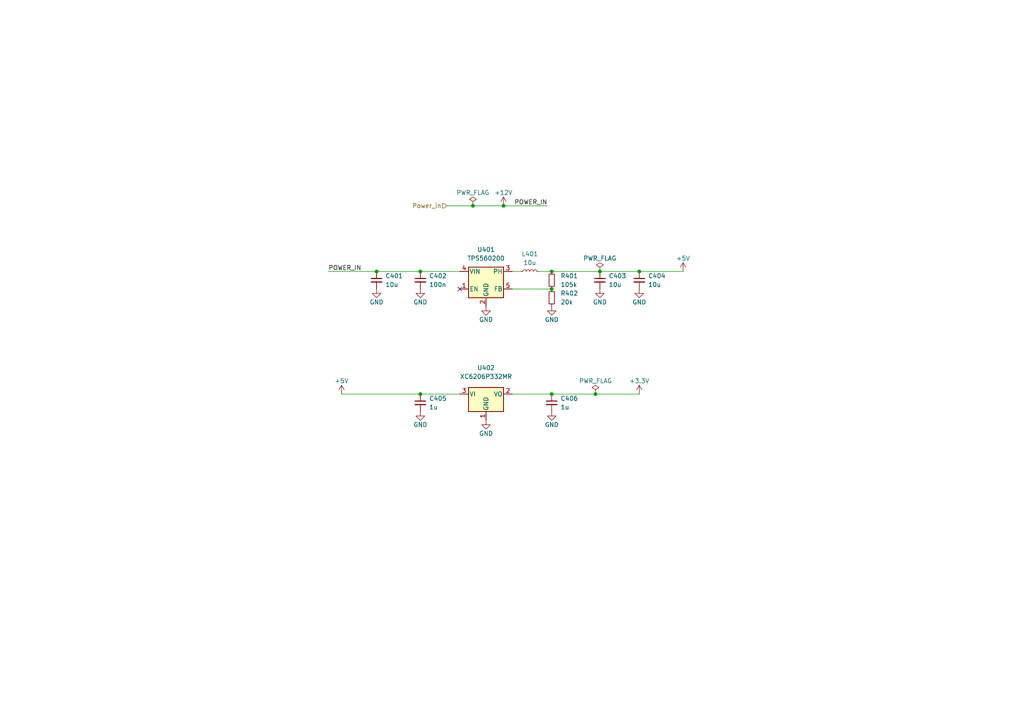
<source format=kicad_sch>
(kicad_sch (version 20211123) (generator eeschema)
  (paper "A4")
  (lib_symbols
    (symbol "Device:C_Small" (pin_numbers hide) (pin_names (offset 0.254) hide)
      (property "Reference" "C" (at 0.254 1.778 0))
      (property "Value" "C_Small" (at 0.254 -2.032 0))
      (symbol "C_Small_0_1"
        (polyline (pts (xy -1.524 -0.508) (xy 1.524 -0.508)) (stroke (width 0.3302)))
        (polyline (pts (xy -1.524 0.508) (xy 1.524 0.508)) (stroke (width 0.3048)))
      )
      (symbol "C_Small_1_1"
        (pin passive line (at 0 2.54 270) (length 2.032) (name "~") (number "1"))
        (pin passive line (at 0 -2.54 90) (length 2.032) (name "~") (number "2"))
      )
    )
    (symbol "Device:L_Small" (pin_numbers hide) (pin_names (offset 0.254) hide)
      (property "Reference" "L" (at 0.762 1.016 0))
      (property "Value" "L_Small" (at 0.762 -1.016 0))
      (symbol "L_Small_0_1"
        (arc (start 0 -2.032) (mid 0.508 -1.524) (end 0 -1.016))
        (arc (start 0 -1.016) (mid 0.508 -0.508) (end 0 0))
        (arc (start 0 0) (mid 0.508 0.508) (end 0 1.016))
        (arc (start 0 1.016) (mid 0.508 1.524) (end 0 2.032))
      )
      (symbol "L_Small_1_1"
        (pin passive line (at 0 2.54 270) (length 0.508) (name "~") (number "1"))
        (pin passive line (at 0 -2.54 90) (length 0.508) (name "~") (number "2"))
      )
    )
    (symbol "Device:R_Small" (pin_numbers hide) (pin_names (offset 0.254) hide)
      (property "Reference" "R" (at 0.762 0.508 0))
      (property "Value" "R_Small" (at 0.762 -1.016 0))
      (symbol "R_Small_0_1"
        (rectangle (start -0.762 1.778) (end 0.762 -1.778) (stroke (width 0.2032)))
      )
      (symbol "R_Small_1_1"
        (pin passive line (at 0 2.54 270) (length 0.762) (name "~") (number "1"))
        (pin passive line (at 0 -2.54 90) (length 0.762) (name "~") (number "2"))
      )
    )
    (symbol "Regulator_Linear:XC6206PxxxMR" (pin_names (offset 0.254))
      (property "Reference" "U" (at -3.81 3.175 0))
      (property "Value" "XC6206PxxxMR" (at 0 3.175 0))
      (symbol "XC6206PxxxMR_0_1"
        (rectangle (start -5.08 1.905) (end 5.08 -5.08) (stroke (width 0.254)) (fill (type background)))
      )
      (symbol "XC6206PxxxMR_1_1"
        (pin power_in line (at 0 -7.62 90) (length 2.54) (name "GND") (number "1"))
        (pin power_out line (at 7.62 0 180) (length 2.54) (name "VO") (number "2"))
        (pin power_in line (at -7.62 0 0) (length 2.54) (name "VI") (number "3"))
      )
    )
    (symbol "Regulator_Switching:TPS560200" (pin_names (offset 0.254))
      (property "Reference" "U" (at -5.08 5.08 0))
      (property "Value" "TPS560200" (at 0 5.08 0))
      (symbol "TPS560200_0_1"
        (rectangle (start -5.08 3.81) (end 5.08 -5.08) (stroke (width 0.254)) (fill (type background)))
      )
      (symbol "TPS560200_1_1"
        (pin input line (at -7.62 -2.54 0) (length 2.54) (name "EN") (number "1"))
        (pin power_in line (at 0 -7.62 90) (length 2.54) (name "GND") (number "2"))
        (pin power_out line (at 7.62 2.54 180) (length 2.54) (name "PH") (number "3"))
        (pin power_in line (at -7.62 2.54 0) (length 2.54) (name "VIN") (number "4"))
        (pin input line (at 7.62 -2.54 180) (length 2.54) (name "FB") (number "5"))
      )
    )
    (symbol "power:+12V" (power) (pin_names (offset 0))
      (property "Value" "+12V" (at 0 3.556 0))
      (symbol "+12V_0_1"
        (polyline (pts (xy -0.762 1.27) (xy 0 2.54)))
        (polyline (pts (xy 0 0) (xy 0 2.54)))
        (polyline (pts (xy 0 2.54) (xy 0.762 1.27)))
      )
      (symbol "+12V_1_1"
        (pin power_in line (at 0 0 90) (length 0) hide (name "+12V") (number "1"))
      )
    )
    (symbol "power:+3.3V" (power) (pin_names (offset 0))
      (property "Value" "+3.3V" (at 0 3.556 0))
      (symbol "+3.3V_0_1"
        (polyline (pts (xy -0.762 1.27) (xy 0 2.54)))
        (polyline (pts (xy 0 0) (xy 0 2.54)))
        (polyline (pts (xy 0 2.54) (xy 0.762 1.27)))
      )
      (symbol "+3.3V_1_1"
        (pin power_in line (at 0 0 90) (length 0) hide (name "+3.3V") (number "1"))
      )
    )
    (symbol "power:+5V" (power) (pin_names (offset 0))
      (property "Value" "+5V" (at 0 3.556 0))
      (symbol "+5V_0_1"
        (polyline (pts (xy -0.762 1.27) (xy 0 2.54)))
        (polyline (pts (xy 0 0) (xy 0 2.54)))
        (polyline (pts (xy 0 2.54) (xy 0.762 1.27)))
      )
      (symbol "+5V_1_1"
        (pin power_in line (at 0 0 90) (length 0) hide (name "+5V") (number "1"))
      )
    )
    (symbol "power:GND" (power) (pin_names (offset 0))
      (property "Value" "GND" (at 0 -3.81 0))
      (symbol "GND_0_1"
        (polyline (pts (xy 0 0) (xy 0 -1.27) (xy 1.27 -1.27) (xy 0 -2.54) (xy -1.27 -1.27) (xy 0 -1.27)))
      )
      (symbol "GND_1_1"
        (pin power_in line (at 0 0 270) (length 0) hide (name "GND") (number "1"))
      )
    )
    (symbol "power:PWR_FLAG" (power) (pin_numbers hide) (pin_names (offset 0) hide)
      (property "Value" "PWR_FLAG" (at 0 3.81 0))
      (symbol "PWR_FLAG_0_0"
        (pin power_out line (at 0 0 90) (length 0) (name "pwr") (number "1"))
      )
      (symbol "PWR_FLAG_0_1"
        (polyline (pts (xy 0 0) (xy 0 1.27) (xy -1.016 1.905) (xy 0 2.54) (xy 1.016 1.905) (xy 0 1.27)))
      )
    )
  )
  (junction (at 160.02 114.3))
  (junction (at 185.42 78.74))
  (junction (at 172.72 114.3))
  (junction (at 160.02 83.82))
  (junction (at 121.92 78.74))
  (junction (at 160.02 78.74))
  (junction (at 121.92 114.3))
  (junction (at 137.16 59.69))
  (junction (at 146.05 59.69))
  (junction (at 173.99 78.74))
  (junction (at 109.22 78.74))
  (no_connect (at 133.35 83.82))
  (wire (pts (xy 146.05 59.69) (xy 158.75 59.69)))
  (wire (pts (xy 160.02 78.74) (xy 173.99 78.74)))
  (wire (pts (xy 129.54 59.69) (xy 137.16 59.69)))
  (wire (pts (xy 137.16 59.69) (xy 146.05 59.69)))
  (wire (pts (xy 185.42 78.74) (xy 198.12 78.74)))
  (wire (pts (xy 172.72 114.3) (xy 160.02 114.3)))
  (wire (pts (xy 185.42 114.3) (xy 172.72 114.3)))
  (wire (pts (xy 95.25 78.74) (xy 109.22 78.74)))
  (wire (pts (xy 156.21 78.74) (xy 160.02 78.74)))
  (wire (pts (xy 148.59 114.3) (xy 160.02 114.3)))
  (wire (pts (xy 99.06 114.3) (xy 121.92 114.3)))
  (wire (pts (xy 148.59 78.74) (xy 151.13 78.74)))
  (wire (pts (xy 121.92 114.3) (xy 133.35 114.3)))
  (wire (pts (xy 109.22 78.74) (xy 121.92 78.74)))
  (wire (pts (xy 121.92 78.74) (xy 133.35 78.74)))
  (wire (pts (xy 173.99 78.74) (xy 185.42 78.74)))
  (wire (pts (xy 148.59 83.82) (xy 160.02 83.82)))
  (label "POWER_IN" (at 158.75 59.69 180))
  (label "POWER_IN" (at 95.25 78.74 0))
  (hierarchical_label "Power_in" (shape input) (at 129.54 59.69 180))
  (symbol (lib_id "Device:R_Small") (at 160.02 86.36 0) (unit 1)
    (property "Reference" "R402" (at 162.56 85.0899 0) (effects (justify left)))
    (property "Value" "20k" (at 162.56 87.6299 0) (effects (justify left)))
    (property "Footprint" "Resistor_SMD:R_0805_2012Metric_Pad1.20x1.40mm_HandSolder" (effects hide))
  )
  (symbol (lib_id "power:PWR_FLAG") (at 137.16 59.69 0) (unit 1)
    (property "Reference" "#FLG0401" (effects hide))
    (property "Value" "PWR_FLAG" (at 137.16 55.88 0))
  )
  (symbol (lib_id "Device:C_Small") (at 160.02 116.84 0) (unit 1)
    (property "Reference" "C406" (at 162.56 115.5762 0) (effects (justify left)))
    (property "Value" "1u" (at 162.56 118.1162 0) (effects (justify left)))
    (property "Footprint" "Capacitor_SMD:C_0805_2012Metric_Pad1.18x1.45mm_HandSolder" (effects hide))
  )
  (symbol (lib_id "Device:C_Small") (at 109.22 81.28 0) (unit 1)
    (property "Reference" "C401" (at 111.76 80.0162 0) (effects (justify left)))
    (property "Value" "10u" (at 111.76 82.5562 0) (effects (justify left)))
    (property "Footprint" "Capacitor_SMD:C_0805_2012Metric_Pad1.18x1.45mm_HandSolder" (effects hide))
  )
  (symbol (lib_id "power:PWR_FLAG") (at 172.72 114.3 0) (unit 1)
    (property "Reference" "#FLG0403" (effects hide))
    (property "Value" "PWR_FLAG" (at 172.72 110.49 0))
  )
  (symbol (lib_id "power:GND") (at 173.99 83.82 0) (unit 1)
    (property "Reference" "#PWR0405" (effects hide))
    (property "Value" "GND" (at 173.99 87.63 0))
  )
  (symbol (lib_id "power:+5V") (at 99.06 114.3 0) (unit 1)
    (property "Reference" "#PWR0409" (effects hide))
    (property "Value" "+5V" (at 99.06 110.49 0))
  )
  (symbol (lib_id "power:GND") (at 160.02 119.38 0) (unit 1)
    (property "Reference" "#PWR0412" (effects hide))
    (property "Value" "GND" (at 160.02 123.19 0))
  )
  (symbol (lib_id "power:+5V") (at 198.12 78.74 0) (unit 1)
    (property "Reference" "#PWR0402" (effects hide))
    (property "Value" "+5V" (at 198.12 74.93 0))
  )
  (symbol (lib_id "power:GND") (at 121.92 119.38 0) (unit 1)
    (property "Reference" "#PWR0411" (effects hide))
    (property "Value" "GND" (at 121.92 123.19 0))
  )
  (symbol (lib_id "power:+3.3V") (at 185.42 114.3 0) (unit 1)
    (property "Reference" "#PWR0410" (effects hide))
    (property "Value" "+3.3V" (at 185.42 110.49 0))
  )
  (symbol (lib_id "Device:C_Small") (at 121.92 81.28 0) (unit 1)
    (property "Reference" "C402" (at 124.46 80.0162 0) (effects (justify left)))
    (property "Value" "100n" (at 124.46 82.5562 0) (effects (justify left)))
    (property "Footprint" "Capacitor_SMD:C_0805_2012Metric_Pad1.18x1.45mm_HandSolder" (effects hide))
  )
  (symbol (lib_id "Regulator_Switching:TPS560200") (at 140.97 81.28 0) (unit 1)
    (property "Reference" "U401" (at 140.97 72.39 0))
    (property "Value" "TPS560200" (at 140.97 74.93 0))
    (property "Footprint" "Package_TO_SOT_SMD:SOT-23-5" (effects hide))
    (property "Datasheet" "http://www.ti.com/lit/ds/symlink/tps560200.pdf" (effects hide))
  )
  (symbol (lib_id "Device:R_Small") (at 160.02 81.28 0) (unit 1)
    (property "Reference" "R401" (at 162.56 80.0099 0) (effects (justify left)))
    (property "Value" "105k" (at 162.56 82.5499 0) (effects (justify left)))
    (property "Footprint" "Resistor_SMD:R_0805_2012Metric_Pad1.20x1.40mm_HandSolder" (effects hide))
  )
  (symbol (lib_id "power:GND") (at 185.42 83.82 0) (unit 1)
    (property "Reference" "#PWR0406" (effects hide))
    (property "Value" "GND" (at 185.42 87.63 0))
  )
  (symbol (lib_id "power:GND") (at 140.97 121.92 0) (unit 1)
    (property "Reference" "#PWR0413" (effects hide))
    (property "Value" "GND" (at 140.97 125.73 0))
  )
  (symbol (lib_id "power:GND") (at 109.22 83.82 0) (unit 1)
    (property "Reference" "#PWR0403" (effects hide))
    (property "Value" "GND" (at 109.22 87.63 0))
  )
  (symbol (lib_id "power:GND") (at 160.02 88.9 0) (unit 1)
    (property "Reference" "#PWR0408" (effects hide))
    (property "Value" "GND" (at 160.02 92.71 0))
  )
  (symbol (lib_id "Device:C_Small") (at 173.99 81.28 0) (unit 1)
    (property "Reference" "C403" (at 176.53 80.0162 0) (effects (justify left)))
    (property "Value" "10u" (at 176.53 82.5562 0) (effects (justify left)))
    (property "Footprint" "Capacitor_SMD:C_0805_2012Metric_Pad1.18x1.45mm_HandSolder" (effects hide))
  )
  (symbol (lib_id "Regulator_Linear:XC6206PxxxMR") (at 140.97 114.3 0) (unit 1)
    (property "Reference" "U402" (at 140.97 106.68 0))
    (property "Value" "XC6206P332MR" (at 140.97 109.22 0))
    (property "Footprint" "Package_TO_SOT_SMD:SOT-23-3" (effects hide))
    (property "Datasheet" "https://www.torexsemi.com/file/xc6206/XC6206.pdf" (effects hide))
  )
  (symbol (lib_id "Device:C_Small") (at 121.92 116.84 0) (unit 1)
    (property "Reference" "C405" (at 124.46 115.5762 0) (effects (justify left)))
    (property "Value" "1u" (at 124.46 118.1162 0) (effects (justify left)))
    (property "Footprint" "Capacitor_SMD:C_0805_2012Metric_Pad1.18x1.45mm_HandSolder" (effects hide))
  )
  (symbol (lib_id "Device:L_Small") (at 153.67 78.74 90) (unit 1)
    (property "Reference" "L401" (at 153.67 73.66 90))
    (property "Value" "10u" (at 153.67 76.2 90))
    (property "Footprint" "Seppl_Inductor_SMD:L_GI323020" (effects hide))
  )
  (symbol (lib_id "power:PWR_FLAG") (at 173.99 78.74 0) (unit 1)
    (property "Reference" "#FLG0402" (effects hide))
    (property "Value" "PWR_FLAG" (at 173.99 74.93 0))
  )
  (symbol (lib_id "power:+12V") (at 146.05 59.69 0) (unit 1)
    (property "Reference" "#PWR0401" (effects hide))
    (property "Value" "+12V" (at 146.05 55.88 0))
  )
  (symbol (lib_id "power:GND") (at 140.97 88.9 0) (unit 1)
    (property "Reference" "#PWR0407" (effects hide))
    (property "Value" "GND" (at 140.97 92.71 0))
  )
  (symbol (lib_id "power:GND") (at 121.92 83.82 0) (unit 1)
    (property "Reference" "#PWR0404" (effects hide))
    (property "Value" "GND" (at 121.92 87.63 0))
  )
  (symbol (lib_id "Device:C_Small") (at 185.42 81.28 0) (unit 1)
    (property "Reference" "C404" (at 187.96 80.0162 0) (effects (justify left)))
    (property "Value" "10u" (at 187.96 82.5562 0) (effects (justify left)))
    (property "Footprint" "Capacitor_SMD:C_0805_2012Metric_Pad1.18x1.45mm_HandSolder" (effects hide))
  )
)
</source>
